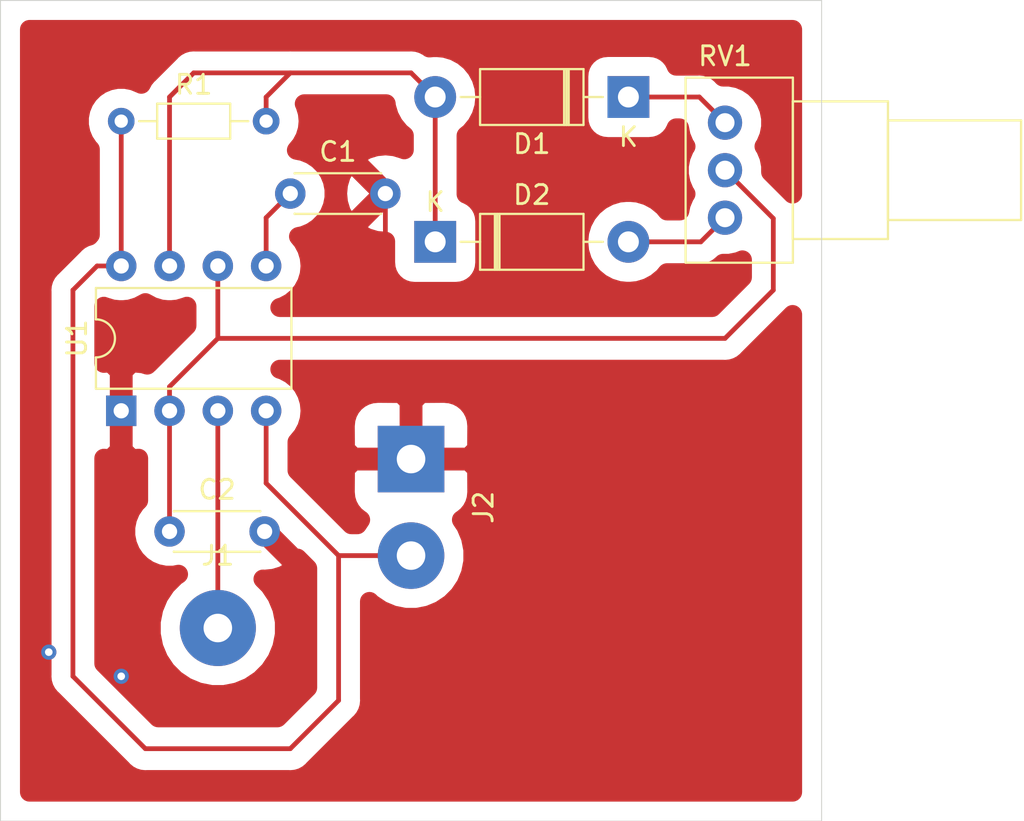
<source format=kicad_pcb>
(kicad_pcb (version 20171130) (host pcbnew "(5.1.4)-1")

  (general
    (thickness 1.6)
    (drawings 4)
    (tracks 66)
    (zones 0)
    (modules 9)
    (nets 9)
  )

  (page A4)
  (layers
    (0 F.Cu signal)
    (31 B.Cu signal)
    (32 B.Adhes user)
    (33 F.Adhes user)
    (34 B.Paste user)
    (35 F.Paste user)
    (36 B.SilkS user)
    (37 F.SilkS user)
    (38 B.Mask user)
    (39 F.Mask user)
    (40 Dwgs.User user)
    (41 Cmts.User user)
    (42 Eco1.User user)
    (43 Eco2.User user)
    (44 Edge.Cuts user)
    (45 Margin user)
    (46 B.CrtYd user)
    (47 F.CrtYd user)
    (48 B.Fab user)
    (49 F.Fab user)
  )

  (setup
    (last_trace_width 0.25)
    (trace_clearance 0.2)
    (zone_clearance 0.508)
    (zone_45_only no)
    (trace_min 0.2)
    (via_size 0.8)
    (via_drill 0.4)
    (via_min_size 0.4)
    (via_min_drill 0.3)
    (uvia_size 0.3)
    (uvia_drill 0.1)
    (uvias_allowed no)
    (uvia_min_size 0.2)
    (uvia_min_drill 0.1)
    (edge_width 0.05)
    (segment_width 0.2)
    (pcb_text_width 0.3)
    (pcb_text_size 1.5 1.5)
    (mod_edge_width 0.12)
    (mod_text_size 1 1)
    (mod_text_width 0.15)
    (pad_size 1.524 1.524)
    (pad_drill 0.762)
    (pad_to_mask_clearance 0.051)
    (solder_mask_min_width 0.25)
    (aux_axis_origin 0 0)
    (visible_elements FFFFFF7F)
    (pcbplotparams
      (layerselection 0x010fc_ffffffff)
      (usegerberextensions false)
      (usegerberattributes false)
      (usegerberadvancedattributes false)
      (creategerberjobfile false)
      (excludeedgelayer true)
      (linewidth 0.100000)
      (plotframeref false)
      (viasonmask false)
      (mode 1)
      (useauxorigin false)
      (hpglpennumber 1)
      (hpglpenspeed 20)
      (hpglpendiameter 15.000000)
      (psnegative false)
      (psa4output false)
      (plotreference true)
      (plotvalue true)
      (plotinvisibletext false)
      (padsonsilk false)
      (subtractmaskfromsilk false)
      (outputformat 1)
      (mirror false)
      (drillshape 1)
      (scaleselection 1)
      (outputdirectory ""))
  )

  (net 0 "")
  (net 1 0)
  (net 2 "Net-(C1-Pad1)")
  (net 3 "Net-(C2-Pad1)")
  (net 4 "Net-(D1-Pad2)")
  (net 5 "Net-(D1-Pad1)")
  (net 6 "Net-(D2-Pad2)")
  (net 7 "Net-(J1-Pad1)")
  (net 8 "Net-(J2-Pad2)")

  (net_class Default "Esta es la clase de red por defecto."
    (clearance 0.2)
    (trace_width 0.25)
    (via_dia 0.8)
    (via_drill 0.4)
    (uvia_dia 0.3)
    (uvia_drill 0.1)
    (add_net 0)
    (add_net "Net-(C1-Pad1)")
    (add_net "Net-(C2-Pad1)")
    (add_net "Net-(D1-Pad1)")
    (add_net "Net-(D1-Pad2)")
    (add_net "Net-(D2-Pad2)")
    (add_net "Net-(J1-Pad1)")
    (add_net "Net-(J2-Pad2)")
  )

  (module Connector_Wire:SolderWirePad_1x02_P5.08mm_Drill1.5mm (layer F.Cu) (tedit 5AEE5F19) (tstamp 5DC70B5B)
    (at 165.1 96.52 270)
    (descr "Wire solder connection")
    (tags connector)
    (path /5DC7EFC8)
    (attr virtual)
    (fp_text reference J2 (at 2.54 -3.81 90) (layer F.SilkS)
      (effects (font (size 1 1) (thickness 0.15)))
    )
    (fp_text value Screw_Terminal_01x02 (at 2.54 3.81 90) (layer F.Fab)
      (effects (font (size 1 1) (thickness 0.15)))
    )
    (fp_line (start 7.33 2.25) (end -2.25 2.25) (layer F.CrtYd) (width 0.05))
    (fp_line (start 7.33 2.25) (end 7.33 -2.25) (layer F.CrtYd) (width 0.05))
    (fp_line (start -2.25 -2.25) (end -2.25 2.25) (layer F.CrtYd) (width 0.05))
    (fp_line (start -2.25 -2.25) (end 7.33 -2.25) (layer F.CrtYd) (width 0.05))
    (fp_text user %R (at 2.54 0 90) (layer F.Fab)
      (effects (font (size 1 1) (thickness 0.15)))
    )
    (pad 2 thru_hole circle (at 5.08 0 270) (size 3.50012 3.50012) (drill 1.50114) (layers *.Cu *.Mask)
      (net 8 "Net-(J2-Pad2)"))
    (pad 1 thru_hole rect (at 0 0 270) (size 3.50012 3.50012) (drill 1.50114) (layers *.Cu *.Mask)
      (net 1 0))
  )

  (module Package_DIP:DIP-8_W7.62mm (layer F.Cu) (tedit 5A02E8C5) (tstamp 5DC6FF4D)
    (at 149.86 93.98 90)
    (descr "8-lead though-hole mounted DIP package, row spacing 7.62 mm (300 mils)")
    (tags "THT DIP DIL PDIP 2.54mm 7.62mm 300mil")
    (path /5DC63D37)
    (fp_text reference U1 (at 3.81 -2.33 90) (layer F.SilkS)
      (effects (font (size 1 1) (thickness 0.15)))
    )
    (fp_text value LM555 (at 3.81 9.95 90) (layer F.Fab)
      (effects (font (size 1 1) (thickness 0.15)))
    )
    (fp_text user %R (at 3.81 3.81 90) (layer F.Fab)
      (effects (font (size 1 1) (thickness 0.15)))
    )
    (fp_line (start 8.7 -1.55) (end -1.1 -1.55) (layer F.CrtYd) (width 0.05))
    (fp_line (start 8.7 9.15) (end 8.7 -1.55) (layer F.CrtYd) (width 0.05))
    (fp_line (start -1.1 9.15) (end 8.7 9.15) (layer F.CrtYd) (width 0.05))
    (fp_line (start -1.1 -1.55) (end -1.1 9.15) (layer F.CrtYd) (width 0.05))
    (fp_line (start 6.46 -1.33) (end 4.81 -1.33) (layer F.SilkS) (width 0.12))
    (fp_line (start 6.46 8.95) (end 6.46 -1.33) (layer F.SilkS) (width 0.12))
    (fp_line (start 1.16 8.95) (end 6.46 8.95) (layer F.SilkS) (width 0.12))
    (fp_line (start 1.16 -1.33) (end 1.16 8.95) (layer F.SilkS) (width 0.12))
    (fp_line (start 2.81 -1.33) (end 1.16 -1.33) (layer F.SilkS) (width 0.12))
    (fp_line (start 0.635 -0.27) (end 1.635 -1.27) (layer F.Fab) (width 0.1))
    (fp_line (start 0.635 8.89) (end 0.635 -0.27) (layer F.Fab) (width 0.1))
    (fp_line (start 6.985 8.89) (end 0.635 8.89) (layer F.Fab) (width 0.1))
    (fp_line (start 6.985 -1.27) (end 6.985 8.89) (layer F.Fab) (width 0.1))
    (fp_line (start 1.635 -1.27) (end 6.985 -1.27) (layer F.Fab) (width 0.1))
    (fp_arc (start 3.81 -1.33) (end 2.81 -1.33) (angle -180) (layer F.SilkS) (width 0.12))
    (pad 8 thru_hole oval (at 7.62 0 90) (size 1.6 1.6) (drill 0.8) (layers *.Cu *.Mask)
      (net 8 "Net-(J2-Pad2)"))
    (pad 4 thru_hole oval (at 0 7.62 90) (size 1.6 1.6) (drill 0.8) (layers *.Cu *.Mask)
      (net 8 "Net-(J2-Pad2)"))
    (pad 7 thru_hole oval (at 7.62 2.54 90) (size 1.6 1.6) (drill 0.8) (layers *.Cu *.Mask)
      (net 4 "Net-(D1-Pad2)"))
    (pad 3 thru_hole oval (at 0 5.08 90) (size 1.6 1.6) (drill 0.8) (layers *.Cu *.Mask)
      (net 7 "Net-(J1-Pad1)"))
    (pad 6 thru_hole oval (at 7.62 5.08 90) (size 1.6 1.6) (drill 0.8) (layers *.Cu *.Mask)
      (net 3 "Net-(C2-Pad1)"))
    (pad 2 thru_hole oval (at 0 2.54 90) (size 1.6 1.6) (drill 0.8) (layers *.Cu *.Mask)
      (net 3 "Net-(C2-Pad1)"))
    (pad 5 thru_hole oval (at 7.62 7.62 90) (size 1.6 1.6) (drill 0.8) (layers *.Cu *.Mask)
      (net 2 "Net-(C1-Pad1)"))
    (pad 1 thru_hole rect (at 0 0 90) (size 1.6 1.6) (drill 0.8) (layers *.Cu *.Mask)
      (net 1 0))
    (model ${KISYS3DMOD}/Package_DIP.3dshapes/DIP-8_W7.62mm.wrl
      (at (xyz 0 0 0))
      (scale (xyz 1 1 1))
      (rotate (xyz 0 0 0))
    )
  )

  (module Potentiometer_THT:Potentiometer_Alps_RK09Y11_Single_Horizontal (layer F.Cu) (tedit 5A3D4993) (tstamp 5DC6FF31)
    (at 181.61 83.82)
    (descr "Potentiometer, horizontal, Alps RK09Y11 Single, http://www.alps.com/prod/info/E/HTML/Potentiometer/RotaryPotentiometers/RK09Y11/RK09Y11_list.html")
    (tags "Potentiometer horizontal Alps RK09Y11 Single")
    (path /5DC6A0FF)
    (fp_text reference RV1 (at 0 -8.5) (layer F.SilkS)
      (effects (font (size 1 1) (thickness 0.15)))
    )
    (fp_text value R_POT (at 0 3.5) (layer F.Fab)
      (effects (font (size 1 1) (thickness 0.15)))
    )
    (fp_text user %R (at 0.75 -2.5) (layer F.Fab)
      (effects (font (size 1 1) (thickness 0.15)))
    )
    (fp_line (start 15.7 -7.5) (end -2.2 -7.5) (layer F.CrtYd) (width 0.05))
    (fp_line (start 15.7 2.5) (end 15.7 -7.5) (layer F.CrtYd) (width 0.05))
    (fp_line (start -2.2 2.5) (end 15.7 2.5) (layer F.CrtYd) (width 0.05))
    (fp_line (start -2.2 -7.5) (end -2.2 2.5) (layer F.CrtYd) (width 0.05))
    (fp_line (start 15.57 -5.12) (end 15.57 0.12) (layer F.SilkS) (width 0.12))
    (fp_line (start 8.57 -5.12) (end 8.57 0.12) (layer F.SilkS) (width 0.12))
    (fp_line (start 8.57 0.12) (end 15.57 0.12) (layer F.SilkS) (width 0.12))
    (fp_line (start 8.57 -5.12) (end 15.57 -5.12) (layer F.SilkS) (width 0.12))
    (fp_line (start 8.57 -6.12) (end 8.57 1.12) (layer F.SilkS) (width 0.12))
    (fp_line (start 3.57 -6.12) (end 3.57 1.12) (layer F.SilkS) (width 0.12))
    (fp_line (start 3.57 1.12) (end 8.57 1.12) (layer F.SilkS) (width 0.12))
    (fp_line (start 3.57 -6.12) (end 8.57 -6.12) (layer F.SilkS) (width 0.12))
    (fp_line (start 3.57 -7.37) (end 3.57 2.37) (layer F.SilkS) (width 0.12))
    (fp_line (start -2.071 -7.37) (end -2.071 2.37) (layer F.SilkS) (width 0.12))
    (fp_line (start -2.071 2.37) (end 3.57 2.37) (layer F.SilkS) (width 0.12))
    (fp_line (start -2.071 -7.37) (end 3.57 -7.37) (layer F.SilkS) (width 0.12))
    (fp_line (start 15.45 -5) (end 8.45 -5) (layer F.Fab) (width 0.1))
    (fp_line (start 15.45 0) (end 15.45 -5) (layer F.Fab) (width 0.1))
    (fp_line (start 8.45 0) (end 15.45 0) (layer F.Fab) (width 0.1))
    (fp_line (start 8.45 -5) (end 8.45 0) (layer F.Fab) (width 0.1))
    (fp_line (start 8.45 -6) (end 3.45 -6) (layer F.Fab) (width 0.1))
    (fp_line (start 8.45 1) (end 8.45 -6) (layer F.Fab) (width 0.1))
    (fp_line (start 3.45 1) (end 8.45 1) (layer F.Fab) (width 0.1))
    (fp_line (start 3.45 -6) (end 3.45 1) (layer F.Fab) (width 0.1))
    (fp_line (start 3.45 -7.25) (end -1.95 -7.25) (layer F.Fab) (width 0.1))
    (fp_line (start 3.45 2.25) (end 3.45 -7.25) (layer F.Fab) (width 0.1))
    (fp_line (start -1.95 2.25) (end 3.45 2.25) (layer F.Fab) (width 0.1))
    (fp_line (start -1.95 -7.25) (end -1.95 2.25) (layer F.Fab) (width 0.1))
    (pad 1 thru_hole circle (at 0 0) (size 1.8 1.8) (drill 1) (layers *.Cu *.Mask)
      (net 6 "Net-(D2-Pad2)"))
    (pad 2 thru_hole circle (at 0 -2.5) (size 1.8 1.8) (drill 1) (layers *.Cu *.Mask)
      (net 3 "Net-(C2-Pad1)"))
    (pad 3 thru_hole circle (at 0 -5) (size 1.8 1.8) (drill 1) (layers *.Cu *.Mask)
      (net 5 "Net-(D1-Pad1)"))
    (model ${KISYS3DMOD}/Potentiometer_THT.3dshapes/Potentiometer_Alps_RK09Y11_Single_Horizontal.wrl
      (at (xyz 0 0 0))
      (scale (xyz 1 1 1))
      (rotate (xyz 0 0 0))
    )
  )

  (module Resistor_THT:R_Axial_DIN0204_L3.6mm_D1.6mm_P7.62mm_Horizontal (layer F.Cu) (tedit 5AE5139B) (tstamp 5DC6FF0D)
    (at 149.86 78.74)
    (descr "Resistor, Axial_DIN0204 series, Axial, Horizontal, pin pitch=7.62mm, 0.167W, length*diameter=3.6*1.6mm^2, http://cdn-reichelt.de/documents/datenblatt/B400/1_4W%23YAG.pdf")
    (tags "Resistor Axial_DIN0204 series Axial Horizontal pin pitch 7.62mm 0.167W length 3.6mm diameter 1.6mm")
    (path /5DC65157)
    (fp_text reference R1 (at 3.81 -1.92) (layer F.SilkS)
      (effects (font (size 1 1) (thickness 0.15)))
    )
    (fp_text value R (at 3.81 1.92) (layer F.Fab)
      (effects (font (size 1 1) (thickness 0.15)))
    )
    (fp_text user %R (at 3.81 0) (layer F.Fab)
      (effects (font (size 0.72 0.72) (thickness 0.108)))
    )
    (fp_line (start 8.57 -1.05) (end -0.95 -1.05) (layer F.CrtYd) (width 0.05))
    (fp_line (start 8.57 1.05) (end 8.57 -1.05) (layer F.CrtYd) (width 0.05))
    (fp_line (start -0.95 1.05) (end 8.57 1.05) (layer F.CrtYd) (width 0.05))
    (fp_line (start -0.95 -1.05) (end -0.95 1.05) (layer F.CrtYd) (width 0.05))
    (fp_line (start 6.68 0) (end 5.73 0) (layer F.SilkS) (width 0.12))
    (fp_line (start 0.94 0) (end 1.89 0) (layer F.SilkS) (width 0.12))
    (fp_line (start 5.73 -0.92) (end 1.89 -0.92) (layer F.SilkS) (width 0.12))
    (fp_line (start 5.73 0.92) (end 5.73 -0.92) (layer F.SilkS) (width 0.12))
    (fp_line (start 1.89 0.92) (end 5.73 0.92) (layer F.SilkS) (width 0.12))
    (fp_line (start 1.89 -0.92) (end 1.89 0.92) (layer F.SilkS) (width 0.12))
    (fp_line (start 7.62 0) (end 5.61 0) (layer F.Fab) (width 0.1))
    (fp_line (start 0 0) (end 2.01 0) (layer F.Fab) (width 0.1))
    (fp_line (start 5.61 -0.8) (end 2.01 -0.8) (layer F.Fab) (width 0.1))
    (fp_line (start 5.61 0.8) (end 5.61 -0.8) (layer F.Fab) (width 0.1))
    (fp_line (start 2.01 0.8) (end 5.61 0.8) (layer F.Fab) (width 0.1))
    (fp_line (start 2.01 -0.8) (end 2.01 0.8) (layer F.Fab) (width 0.1))
    (pad 2 thru_hole oval (at 7.62 0) (size 1.4 1.4) (drill 0.7) (layers *.Cu *.Mask)
      (net 4 "Net-(D1-Pad2)"))
    (pad 1 thru_hole circle (at 0 0) (size 1.4 1.4) (drill 0.7) (layers *.Cu *.Mask)
      (net 8 "Net-(J2-Pad2)"))
    (model ${KISYS3DMOD}/Resistor_THT.3dshapes/R_Axial_DIN0204_L3.6mm_D1.6mm_P7.62mm_Horizontal.wrl
      (at (xyz 0 0 0))
      (scale (xyz 1 1 1))
      (rotate (xyz 0 0 0))
    )
  )

  (module Connector_Wire:SolderWirePad_1x01_Drill1.5mm (layer F.Cu) (tedit 5AEE5EB3) (tstamp 5DC6FEF6)
    (at 154.94 105.41)
    (descr "Wire solder connection")
    (tags connector)
    (path /5DC7609E)
    (attr virtual)
    (fp_text reference J1 (at 0 -3.81) (layer F.SilkS)
      (effects (font (size 1 1) (thickness 0.15)))
    )
    (fp_text value Screw_Terminal_01x01 (at 0 3.81) (layer F.Fab)
      (effects (font (size 1 1) (thickness 0.15)))
    )
    (fp_line (start 2.5 2.5) (end -2.5 2.5) (layer F.CrtYd) (width 0.05))
    (fp_line (start 2.5 2.5) (end 2.5 -2.5) (layer F.CrtYd) (width 0.05))
    (fp_line (start -2.5 -2.5) (end -2.5 2.5) (layer F.CrtYd) (width 0.05))
    (fp_line (start -2.5 -2.5) (end 2.5 -2.5) (layer F.CrtYd) (width 0.05))
    (fp_text user %R (at 0 0) (layer F.Fab)
      (effects (font (size 1 1) (thickness 0.15)))
    )
    (pad 1 thru_hole circle (at 0 0) (size 4.0005 4.0005) (drill 1.50114) (layers *.Cu *.Mask)
      (net 7 "Net-(J1-Pad1)"))
  )

  (module Diode_THT:D_DO-41_SOD81_P10.16mm_Horizontal (layer F.Cu) (tedit 5AE50CD5) (tstamp 5DC6FEEC)
    (at 166.37 85.09)
    (descr "Diode, DO-41_SOD81 series, Axial, Horizontal, pin pitch=10.16mm, , length*diameter=5.2*2.7mm^2, , http://www.diodes.com/_files/packages/DO-41%20(Plastic).pdf")
    (tags "Diode DO-41_SOD81 series Axial Horizontal pin pitch 10.16mm  length 5.2mm diameter 2.7mm")
    (path /5DC67235)
    (fp_text reference D2 (at 5.08 -2.47) (layer F.SilkS)
      (effects (font (size 1 1) (thickness 0.15)))
    )
    (fp_text value 1N4001 (at 5.08 2.47) (layer F.Fab)
      (effects (font (size 1 1) (thickness 0.15)))
    )
    (fp_text user K (at 0 -2.1) (layer F.SilkS)
      (effects (font (size 1 1) (thickness 0.15)))
    )
    (fp_text user K (at 0 -2.1) (layer F.Fab)
      (effects (font (size 1 1) (thickness 0.15)))
    )
    (fp_text user %R (at 5.47 0) (layer F.Fab)
      (effects (font (size 1 1) (thickness 0.15)))
    )
    (fp_line (start 11.51 -1.6) (end -1.35 -1.6) (layer F.CrtYd) (width 0.05))
    (fp_line (start 11.51 1.6) (end 11.51 -1.6) (layer F.CrtYd) (width 0.05))
    (fp_line (start -1.35 1.6) (end 11.51 1.6) (layer F.CrtYd) (width 0.05))
    (fp_line (start -1.35 -1.6) (end -1.35 1.6) (layer F.CrtYd) (width 0.05))
    (fp_line (start 3.14 -1.47) (end 3.14 1.47) (layer F.SilkS) (width 0.12))
    (fp_line (start 3.38 -1.47) (end 3.38 1.47) (layer F.SilkS) (width 0.12))
    (fp_line (start 3.26 -1.47) (end 3.26 1.47) (layer F.SilkS) (width 0.12))
    (fp_line (start 8.82 0) (end 7.8 0) (layer F.SilkS) (width 0.12))
    (fp_line (start 1.34 0) (end 2.36 0) (layer F.SilkS) (width 0.12))
    (fp_line (start 7.8 -1.47) (end 2.36 -1.47) (layer F.SilkS) (width 0.12))
    (fp_line (start 7.8 1.47) (end 7.8 -1.47) (layer F.SilkS) (width 0.12))
    (fp_line (start 2.36 1.47) (end 7.8 1.47) (layer F.SilkS) (width 0.12))
    (fp_line (start 2.36 -1.47) (end 2.36 1.47) (layer F.SilkS) (width 0.12))
    (fp_line (start 3.16 -1.35) (end 3.16 1.35) (layer F.Fab) (width 0.1))
    (fp_line (start 3.36 -1.35) (end 3.36 1.35) (layer F.Fab) (width 0.1))
    (fp_line (start 3.26 -1.35) (end 3.26 1.35) (layer F.Fab) (width 0.1))
    (fp_line (start 10.16 0) (end 7.68 0) (layer F.Fab) (width 0.1))
    (fp_line (start 0 0) (end 2.48 0) (layer F.Fab) (width 0.1))
    (fp_line (start 7.68 -1.35) (end 2.48 -1.35) (layer F.Fab) (width 0.1))
    (fp_line (start 7.68 1.35) (end 7.68 -1.35) (layer F.Fab) (width 0.1))
    (fp_line (start 2.48 1.35) (end 7.68 1.35) (layer F.Fab) (width 0.1))
    (fp_line (start 2.48 -1.35) (end 2.48 1.35) (layer F.Fab) (width 0.1))
    (pad 2 thru_hole oval (at 10.16 0) (size 2.2 2.2) (drill 1.1) (layers *.Cu *.Mask)
      (net 6 "Net-(D2-Pad2)"))
    (pad 1 thru_hole rect (at 0 0) (size 2.2 2.2) (drill 1.1) (layers *.Cu *.Mask)
      (net 4 "Net-(D1-Pad2)"))
    (model ${KISYS3DMOD}/Diode_THT.3dshapes/D_DO-41_SOD81_P10.16mm_Horizontal.wrl
      (at (xyz 0 0 0))
      (scale (xyz 1 1 1))
      (rotate (xyz 0 0 0))
    )
  )

  (module Diode_THT:D_DO-41_SOD81_P10.16mm_Horizontal (layer F.Cu) (tedit 5AE50CD5) (tstamp 5DC6FECD)
    (at 176.53 77.47 180)
    (descr "Diode, DO-41_SOD81 series, Axial, Horizontal, pin pitch=10.16mm, , length*diameter=5.2*2.7mm^2, , http://www.diodes.com/_files/packages/DO-41%20(Plastic).pdf")
    (tags "Diode DO-41_SOD81 series Axial Horizontal pin pitch 10.16mm  length 5.2mm diameter 2.7mm")
    (path /5DC68C7F)
    (fp_text reference D1 (at 5.08 -2.47) (layer F.SilkS)
      (effects (font (size 1 1) (thickness 0.15)))
    )
    (fp_text value 1N4001 (at 5.08 2.47) (layer F.Fab)
      (effects (font (size 1 1) (thickness 0.15)))
    )
    (fp_text user K (at 0 -2.1) (layer F.SilkS)
      (effects (font (size 1 1) (thickness 0.15)))
    )
    (fp_text user K (at 0 -2.1) (layer F.Fab)
      (effects (font (size 1 1) (thickness 0.15)))
    )
    (fp_text user %R (at 5.47 0) (layer F.Fab)
      (effects (font (size 1 1) (thickness 0.15)))
    )
    (fp_line (start 11.51 -1.6) (end -1.35 -1.6) (layer F.CrtYd) (width 0.05))
    (fp_line (start 11.51 1.6) (end 11.51 -1.6) (layer F.CrtYd) (width 0.05))
    (fp_line (start -1.35 1.6) (end 11.51 1.6) (layer F.CrtYd) (width 0.05))
    (fp_line (start -1.35 -1.6) (end -1.35 1.6) (layer F.CrtYd) (width 0.05))
    (fp_line (start 3.14 -1.47) (end 3.14 1.47) (layer F.SilkS) (width 0.12))
    (fp_line (start 3.38 -1.47) (end 3.38 1.47) (layer F.SilkS) (width 0.12))
    (fp_line (start 3.26 -1.47) (end 3.26 1.47) (layer F.SilkS) (width 0.12))
    (fp_line (start 8.82 0) (end 7.8 0) (layer F.SilkS) (width 0.12))
    (fp_line (start 1.34 0) (end 2.36 0) (layer F.SilkS) (width 0.12))
    (fp_line (start 7.8 -1.47) (end 2.36 -1.47) (layer F.SilkS) (width 0.12))
    (fp_line (start 7.8 1.47) (end 7.8 -1.47) (layer F.SilkS) (width 0.12))
    (fp_line (start 2.36 1.47) (end 7.8 1.47) (layer F.SilkS) (width 0.12))
    (fp_line (start 2.36 -1.47) (end 2.36 1.47) (layer F.SilkS) (width 0.12))
    (fp_line (start 3.16 -1.35) (end 3.16 1.35) (layer F.Fab) (width 0.1))
    (fp_line (start 3.36 -1.35) (end 3.36 1.35) (layer F.Fab) (width 0.1))
    (fp_line (start 3.26 -1.35) (end 3.26 1.35) (layer F.Fab) (width 0.1))
    (fp_line (start 10.16 0) (end 7.68 0) (layer F.Fab) (width 0.1))
    (fp_line (start 0 0) (end 2.48 0) (layer F.Fab) (width 0.1))
    (fp_line (start 7.68 -1.35) (end 2.48 -1.35) (layer F.Fab) (width 0.1))
    (fp_line (start 7.68 1.35) (end 7.68 -1.35) (layer F.Fab) (width 0.1))
    (fp_line (start 2.48 1.35) (end 7.68 1.35) (layer F.Fab) (width 0.1))
    (fp_line (start 2.48 -1.35) (end 2.48 1.35) (layer F.Fab) (width 0.1))
    (pad 2 thru_hole oval (at 10.16 0 180) (size 2.2 2.2) (drill 1.1) (layers *.Cu *.Mask)
      (net 4 "Net-(D1-Pad2)"))
    (pad 1 thru_hole rect (at 0 0 180) (size 2.2 2.2) (drill 1.1) (layers *.Cu *.Mask)
      (net 5 "Net-(D1-Pad1)"))
    (model ${KISYS3DMOD}/Diode_THT.3dshapes/D_DO-41_SOD81_P10.16mm_Horizontal.wrl
      (at (xyz 0 0 0))
      (scale (xyz 1 1 1))
      (rotate (xyz 0 0 0))
    )
  )

  (module Capacitor_THT:C_Disc_D4.3mm_W1.9mm_P5.00mm (layer F.Cu) (tedit 5AE50EF0) (tstamp 5DC6FEAE)
    (at 152.4 100.33)
    (descr "C, Disc series, Radial, pin pitch=5.00mm, , diameter*width=4.3*1.9mm^2, Capacitor, http://www.vishay.com/docs/45233/krseries.pdf")
    (tags "C Disc series Radial pin pitch 5.00mm  diameter 4.3mm width 1.9mm Capacitor")
    (path /5DC6E359)
    (fp_text reference C2 (at 2.5 -2.2) (layer F.SilkS)
      (effects (font (size 1 1) (thickness 0.15)))
    )
    (fp_text value C (at 2.5 2.2) (layer F.Fab)
      (effects (font (size 1 1) (thickness 0.15)))
    )
    (fp_text user %R (at 2.5 0) (layer F.Fab)
      (effects (font (size 0.86 0.86) (thickness 0.129)))
    )
    (fp_line (start 6.05 -1.2) (end -1.05 -1.2) (layer F.CrtYd) (width 0.05))
    (fp_line (start 6.05 1.2) (end 6.05 -1.2) (layer F.CrtYd) (width 0.05))
    (fp_line (start -1.05 1.2) (end 6.05 1.2) (layer F.CrtYd) (width 0.05))
    (fp_line (start -1.05 -1.2) (end -1.05 1.2) (layer F.CrtYd) (width 0.05))
    (fp_line (start 4.77 1.055) (end 4.77 1.07) (layer F.SilkS) (width 0.12))
    (fp_line (start 4.77 -1.07) (end 4.77 -1.055) (layer F.SilkS) (width 0.12))
    (fp_line (start 0.23 1.055) (end 0.23 1.07) (layer F.SilkS) (width 0.12))
    (fp_line (start 0.23 -1.07) (end 0.23 -1.055) (layer F.SilkS) (width 0.12))
    (fp_line (start 0.23 1.07) (end 4.77 1.07) (layer F.SilkS) (width 0.12))
    (fp_line (start 0.23 -1.07) (end 4.77 -1.07) (layer F.SilkS) (width 0.12))
    (fp_line (start 4.65 -0.95) (end 0.35 -0.95) (layer F.Fab) (width 0.1))
    (fp_line (start 4.65 0.95) (end 4.65 -0.95) (layer F.Fab) (width 0.1))
    (fp_line (start 0.35 0.95) (end 4.65 0.95) (layer F.Fab) (width 0.1))
    (fp_line (start 0.35 -0.95) (end 0.35 0.95) (layer F.Fab) (width 0.1))
    (pad 2 thru_hole circle (at 5 0) (size 1.6 1.6) (drill 0.8) (layers *.Cu *.Mask)
      (net 1 0))
    (pad 1 thru_hole circle (at 0 0) (size 1.6 1.6) (drill 0.8) (layers *.Cu *.Mask)
      (net 3 "Net-(C2-Pad1)"))
    (model ${KISYS3DMOD}/Capacitor_THT.3dshapes/C_Disc_D4.3mm_W1.9mm_P5.00mm.wrl
      (at (xyz 0 0 0))
      (scale (xyz 1 1 1))
      (rotate (xyz 0 0 0))
    )
  )

  (module Capacitor_THT:C_Disc_D4.3mm_W1.9mm_P5.00mm (layer F.Cu) (tedit 5AE50EF0) (tstamp 5DC6FE99)
    (at 158.75 82.55)
    (descr "C, Disc series, Radial, pin pitch=5.00mm, , diameter*width=4.3*1.9mm^2, Capacitor, http://www.vishay.com/docs/45233/krseries.pdf")
    (tags "C Disc series Radial pin pitch 5.00mm  diameter 4.3mm width 1.9mm Capacitor")
    (path /5DC6E9A9)
    (fp_text reference C1 (at 2.5 -2.2) (layer F.SilkS)
      (effects (font (size 1 1) (thickness 0.15)))
    )
    (fp_text value C (at 2.5 2.2) (layer F.Fab)
      (effects (font (size 1 1) (thickness 0.15)))
    )
    (fp_text user %R (at 2.46 0) (layer F.Fab)
      (effects (font (size 0.86 0.86) (thickness 0.129)))
    )
    (fp_line (start 6.05 -1.2) (end -1.05 -1.2) (layer F.CrtYd) (width 0.05))
    (fp_line (start 6.05 1.2) (end 6.05 -1.2) (layer F.CrtYd) (width 0.05))
    (fp_line (start -1.05 1.2) (end 6.05 1.2) (layer F.CrtYd) (width 0.05))
    (fp_line (start -1.05 -1.2) (end -1.05 1.2) (layer F.CrtYd) (width 0.05))
    (fp_line (start 4.77 1.055) (end 4.77 1.07) (layer F.SilkS) (width 0.12))
    (fp_line (start 4.77 -1.07) (end 4.77 -1.055) (layer F.SilkS) (width 0.12))
    (fp_line (start 0.23 1.055) (end 0.23 1.07) (layer F.SilkS) (width 0.12))
    (fp_line (start 0.23 -1.07) (end 0.23 -1.055) (layer F.SilkS) (width 0.12))
    (fp_line (start 0.23 1.07) (end 4.77 1.07) (layer F.SilkS) (width 0.12))
    (fp_line (start 0.23 -1.07) (end 4.77 -1.07) (layer F.SilkS) (width 0.12))
    (fp_line (start 4.65 -0.95) (end 0.35 -0.95) (layer F.Fab) (width 0.1))
    (fp_line (start 4.65 0.95) (end 4.65 -0.95) (layer F.Fab) (width 0.1))
    (fp_line (start 0.35 0.95) (end 4.65 0.95) (layer F.Fab) (width 0.1))
    (fp_line (start 0.35 -0.95) (end 0.35 0.95) (layer F.Fab) (width 0.1))
    (pad 2 thru_hole circle (at 5 0) (size 1.6 1.6) (drill 0.8) (layers *.Cu *.Mask)
      (net 1 0))
    (pad 1 thru_hole circle (at 0 0) (size 1.6 1.6) (drill 0.8) (layers *.Cu *.Mask)
      (net 2 "Net-(C1-Pad1)"))
    (model ${KISYS3DMOD}/Capacitor_THT.3dshapes/C_Disc_D4.3mm_W1.9mm_P5.00mm.wrl
      (at (xyz 0 0 0))
      (scale (xyz 1 1 1))
      (rotate (xyz 0 0 0))
    )
  )

  (gr_line (start 186.69 72.39) (end 143.51 72.39) (layer Edge.Cuts) (width 0.05) (tstamp 5DC70C36))
  (gr_line (start 186.69 115.57) (end 186.69 72.39) (layer Edge.Cuts) (width 0.05))
  (gr_line (start 143.51 115.57) (end 186.69 115.57) (layer Edge.Cuts) (width 0.05))
  (gr_line (start 143.51 72.39) (end 143.51 115.57) (layer Edge.Cuts) (width 0.05))

  (segment (start 160.02 102.95) (end 157.4 100.33) (width 0.25) (layer F.Cu) (net 1))
  (segment (start 160.02 107.95) (end 160.02 102.95) (width 0.25) (layer F.Cu) (net 1))
  (segment (start 158.75 109.22) (end 160.02 107.95) (width 0.25) (layer F.Cu) (net 1))
  (segment (start 151.13 109.22) (end 158.75 109.22) (width 0.25) (layer F.Cu) (net 1))
  (segment (start 149.86 93.98) (end 149.86 107.95) (width 0.25) (layer F.Cu) (net 1))
  (segment (start 149.86 107.95) (end 149.86 107.95) (width 0.25) (layer F.Cu) (net 1))
  (segment (start 163.75 82.55) (end 163.75 86.28) (width 0.25) (layer F.Cu) (net 1))
  (segment (start 163.75 86.28) (end 165.1 87.63) (width 0.25) (layer F.Cu) (net 1))
  (segment (start 165.1 87.63) (end 170.18 87.63) (width 0.25) (layer F.Cu) (net 1))
  (segment (start 170.18 87.63) (end 171.45 86.36) (width 0.25) (layer F.Cu) (net 1))
  (segment (start 171.45 86.36) (end 171.45 76.2) (width 0.25) (layer F.Cu) (net 1))
  (segment (start 171.45 76.2) (end 170.18 74.93) (width 0.25) (layer F.Cu) (net 1))
  (segment (start 170.18 74.93) (end 147.32 74.93) (width 0.25) (layer F.Cu) (net 1))
  (segment (start 147.32 74.93) (end 146.05 76.2) (width 0.25) (layer F.Cu) (net 1))
  (segment (start 146.05 76.2) (end 146.05 106.68) (width 0.25) (layer F.Cu) (net 1))
  (segment (start 146.05 106.68) (end 146.05 106.68) (width 0.25) (layer F.Cu) (net 1) (tstamp 5DC706AC))
  (segment (start 149.86 107.95) (end 149.86 107.95) (width 0.25) (layer F.Cu) (net 1) (tstamp 5DC706AE))
  (segment (start 146.05 106.68) (end 146.05 106.68) (width 0.25) (layer F.Cu) (net 1) (tstamp 5DC706B6))
  (via (at 146.05 106.68) (size 0.8) (drill 0.4) (layers F.Cu B.Cu) (net 1))
  (segment (start 149.86 107.95) (end 151.13 109.22) (width 0.25) (layer F.Cu) (net 1) (tstamp 5DC706B8))
  (via (at 149.86 107.95) (size 0.8) (drill 0.4) (layers F.Cu B.Cu) (net 1))
  (segment (start 160.02 113.03) (end 148.59 113.03) (width 0.25) (layer F.Cu) (net 1))
  (segment (start 163.83 109.22) (end 160.02 113.03) (width 0.25) (layer F.Cu) (net 1))
  (segment (start 163.83 107.95) (end 163.83 109.22) (width 0.25) (layer F.Cu) (net 1))
  (segment (start 168.91 96.52) (end 170.18 97.79) (width 0.25) (layer F.Cu) (net 1))
  (segment (start 148.59 113.03) (end 146.05 110.49) (width 0.25) (layer F.Cu) (net 1))
  (segment (start 165.1 96.52) (end 168.91 96.52) (width 0.25) (layer F.Cu) (net 1))
  (segment (start 146.05 110.49) (end 146.05 106.68) (width 0.25) (layer F.Cu) (net 1))
  (segment (start 170.18 97.79) (end 170.18 104.14) (width 0.25) (layer F.Cu) (net 1))
  (segment (start 170.18 104.14) (end 167.64 106.68) (width 0.25) (layer F.Cu) (net 1))
  (segment (start 167.64 106.68) (end 165.1 106.68) (width 0.25) (layer F.Cu) (net 1))
  (segment (start 165.1 106.68) (end 163.83 107.95) (width 0.25) (layer F.Cu) (net 1))
  (segment (start 157.48 83.82) (end 158.75 82.55) (width 0.25) (layer F.Cu) (net 2))
  (segment (start 157.48 86.36) (end 157.48 83.82) (width 0.25) (layer F.Cu) (net 2))
  (segment (start 152.4 93.98) (end 152.4 100.33) (width 0.25) (layer F.Cu) (net 3))
  (segment (start 152.4 93.98) (end 152.4 92.71) (width 0.25) (layer F.Cu) (net 3))
  (segment (start 154.94 90.17) (end 154.94 86.36) (width 0.25) (layer F.Cu) (net 3))
  (segment (start 152.4 92.71) (end 154.94 90.17) (width 0.25) (layer F.Cu) (net 3))
  (segment (start 154.94 90.17) (end 181.61 90.17) (width 0.25) (layer F.Cu) (net 3))
  (segment (start 181.61 90.17) (end 184.15 87.63) (width 0.25) (layer F.Cu) (net 3))
  (segment (start 184.15 83.86) (end 181.61 81.32) (width 0.25) (layer F.Cu) (net 3))
  (segment (start 184.15 87.63) (end 184.15 83.86) (width 0.25) (layer F.Cu) (net 3))
  (segment (start 166.37 77.47) (end 166.37 85.09) (width 0.25) (layer F.Cu) (net 4))
  (segment (start 157.48 78.74) (end 157.48 77.47) (width 0.25) (layer F.Cu) (net 4))
  (segment (start 157.48 77.47) (end 158.75 76.2) (width 0.25) (layer F.Cu) (net 4))
  (segment (start 165.1 76.2) (end 166.37 77.47) (width 0.25) (layer F.Cu) (net 4))
  (segment (start 158.75 76.2) (end 165.1 76.2) (width 0.25) (layer F.Cu) (net 4))
  (segment (start 152.4 86.36) (end 152.4 77.47) (width 0.25) (layer F.Cu) (net 4))
  (segment (start 152.4 77.47) (end 153.67 76.2) (width 0.25) (layer F.Cu) (net 4))
  (segment (start 153.67 76.2) (end 158.75 76.2) (width 0.25) (layer F.Cu) (net 4))
  (segment (start 180.26 77.47) (end 181.61 78.82) (width 0.25) (layer F.Cu) (net 5))
  (segment (start 176.53 77.47) (end 180.26 77.47) (width 0.25) (layer F.Cu) (net 5))
  (segment (start 181.61 83.82) (end 180.34 85.09) (width 0.25) (layer F.Cu) (net 6))
  (segment (start 180.34 85.09) (end 176.53 85.09) (width 0.25) (layer F.Cu) (net 6))
  (segment (start 154.94 93.98) (end 154.94 105.41) (width 0.25) (layer F.Cu) (net 7))
  (segment (start 149.86 78.74) (end 149.86 86.36) (width 0.25) (layer F.Cu) (net 8))
  (segment (start 149.86 86.36) (end 148.59 86.36) (width 0.25) (layer F.Cu) (net 8))
  (segment (start 148.59 86.36) (end 147.32 87.63) (width 0.25) (layer F.Cu) (net 8))
  (segment (start 147.32 87.63) (end 147.32 107.95) (width 0.25) (layer F.Cu) (net 8))
  (segment (start 147.32 107.95) (end 151.13 111.76) (width 0.25) (layer F.Cu) (net 8))
  (segment (start 151.13 111.76) (end 158.75 111.76) (width 0.25) (layer F.Cu) (net 8))
  (segment (start 158.75 111.76) (end 161.29 109.22) (width 0.25) (layer F.Cu) (net 8))
  (segment (start 161.29 109.22) (end 161.29 101.6) (width 0.25) (layer F.Cu) (net 8))
  (segment (start 157.48 97.79) (end 157.48 93.98) (width 0.25) (layer F.Cu) (net 8))
  (segment (start 161.29 101.6) (end 157.48 97.79) (width 0.25) (layer F.Cu) (net 8))
  (segment (start 165.1 101.6) (end 161.29 101.6) (width 0.25) (layer F.Cu) (net 8))

  (zone (net 1) (net_name 0) (layer F.Cu) (tstamp 0) (hatch edge 0.508)
    (connect_pads (clearance 1))
    (min_thickness 1)
    (fill yes (arc_segments 32) (thermal_gap 1.2) (thermal_bridge_width 1.2))
    (polygon
      (pts
        (xy 143.51 72.39) (xy 143.51 115.57) (xy 186.69 115.57) (xy 186.69 72.39)
      )
    )
    (filled_polygon
      (pts
        (xy 185.165001 82.576904) (xy 184.01 81.421904) (xy 184.01 81.083621) (xy 183.91777 80.619946) (xy 183.736853 80.183174)
        (xy 183.661233 80.07) (xy 183.736853 79.956826) (xy 183.91777 79.520054) (xy 184.01 79.056379) (xy 184.01 78.583621)
        (xy 183.91777 78.119946) (xy 183.736853 77.683174) (xy 183.474202 77.290089) (xy 183.139911 76.955798) (xy 182.746826 76.693147)
        (xy 182.310054 76.51223) (xy 181.846379 76.42) (xy 181.508096 76.42) (xy 181.465499 76.377403) (xy 181.414608 76.315392)
        (xy 181.16717 76.112325) (xy 180.884869 75.961432) (xy 180.578556 75.868513) (xy 180.339824 75.845) (xy 180.26 75.837138)
        (xy 180.180176 75.845) (xy 179.038238 75.845) (xy 179.022524 75.793198) (xy 178.883238 75.532613) (xy 178.695792 75.304208)
        (xy 178.467387 75.116762) (xy 178.206802 74.977476) (xy 177.924051 74.891705) (xy 177.63 74.862743) (xy 175.43 74.862743)
        (xy 175.135949 74.891705) (xy 174.853198 74.977476) (xy 174.592613 75.116762) (xy 174.364208 75.304208) (xy 174.176762 75.532613)
        (xy 174.037476 75.793198) (xy 173.951705 76.075949) (xy 173.922743 76.37) (xy 173.922743 78.57) (xy 173.951705 78.864051)
        (xy 174.037476 79.146802) (xy 174.176762 79.407387) (xy 174.364208 79.635792) (xy 174.592613 79.823238) (xy 174.853198 79.962524)
        (xy 175.135949 80.048295) (xy 175.43 80.077257) (xy 177.63 80.077257) (xy 177.924051 80.048295) (xy 178.206802 79.962524)
        (xy 178.467387 79.823238) (xy 178.695792 79.635792) (xy 178.883238 79.407387) (xy 179.022524 79.146802) (xy 179.038238 79.095)
        (xy 179.217682 79.095) (xy 179.30223 79.520054) (xy 179.483147 79.956826) (xy 179.558767 80.07) (xy 179.483147 80.183174)
        (xy 179.30223 80.619946) (xy 179.21 81.083621) (xy 179.21 81.556379) (xy 179.30223 82.020054) (xy 179.483147 82.456826)
        (xy 179.558767 82.57) (xy 179.483147 82.683174) (xy 179.30223 83.119946) (xy 179.233595 83.465) (xy 178.55987 83.465)
        (xy 178.377373 83.242627) (xy 177.981472 82.917719) (xy 177.529791 82.676291) (xy 177.039689 82.52762) (xy 176.657727 82.49)
        (xy 176.402273 82.49) (xy 176.020311 82.52762) (xy 175.530209 82.676291) (xy 175.078528 82.917719) (xy 174.682627 83.242627)
        (xy 174.357719 83.638528) (xy 174.116291 84.090209) (xy 173.96762 84.580311) (xy 173.91742 85.09) (xy 173.96762 85.599689)
        (xy 174.116291 86.089791) (xy 174.357719 86.541472) (xy 174.682627 86.937373) (xy 175.078528 87.262281) (xy 175.530209 87.503709)
        (xy 176.020311 87.65238) (xy 176.402273 87.69) (xy 176.657727 87.69) (xy 177.039689 87.65238) (xy 177.529791 87.503709)
        (xy 177.981472 87.262281) (xy 178.377373 86.937373) (xy 178.55987 86.715) (xy 180.260176 86.715) (xy 180.34 86.722862)
        (xy 180.419824 86.715) (xy 180.658556 86.691487) (xy 180.964869 86.598568) (xy 181.24717 86.447675) (xy 181.494608 86.244608)
        (xy 181.514803 86.22) (xy 181.846379 86.22) (xy 182.310054 86.12777) (xy 182.525 86.038736) (xy 182.525 86.956903)
        (xy 180.936904 88.545) (xy 158.200274 88.545) (xy 158.36443 88.495204) (xy 158.763994 88.281633) (xy 159.114214 87.994214)
        (xy 159.401633 87.643994) (xy 159.615204 87.24443) (xy 159.74672 86.810879) (xy 159.791128 86.36) (xy 159.74672 85.909121)
        (xy 159.615204 85.47557) (xy 159.401633 85.076006) (xy 159.182527 84.809025) (xy 159.420885 84.761613) (xy 159.839459 84.588234)
        (xy 160.216165 84.336527) (xy 160.536527 84.016165) (xy 160.788234 83.639459) (xy 160.961613 83.220885) (xy 161.05 82.77653)
        (xy 161.05 82.551377) (xy 161.237904 82.551377) (xy 161.286442 83.041437) (xy 161.429654 83.512611) (xy 161.660504 83.944501)
        (xy 162.205185 83.953394) (xy 163.608579 82.55) (xy 162.205185 81.146606) (xy 161.660504 81.155499) (xy 161.428599 81.589935)
        (xy 161.285905 82.061265) (xy 161.237904 82.551377) (xy 161.05 82.551377) (xy 161.05 82.32347) (xy 160.961613 81.879115)
        (xy 160.788234 81.460541) (xy 160.536527 81.083835) (xy 160.216165 80.763473) (xy 159.839459 80.511766) (xy 159.420885 80.338387)
        (xy 159.071316 80.268854) (xy 159.318083 79.968168) (xy 159.522369 79.585977) (xy 159.648167 79.171275) (xy 159.690644 78.74)
        (xy 159.648167 78.308725) (xy 159.522369 77.894023) (xy 159.485475 77.825) (xy 163.792384 77.825) (xy 163.80762 77.979689)
        (xy 163.956291 78.469791) (xy 164.197719 78.921472) (xy 164.522627 79.317373) (xy 164.745 79.49987) (xy 164.745 80.247248)
        (xy 164.710065 80.228599) (xy 164.238735 80.085905) (xy 163.748623 80.037904) (xy 163.258563 80.086442) (xy 162.787389 80.229654)
        (xy 162.355499 80.460504) (xy 162.346606 81.005185) (xy 163.75 82.408579) (xy 163.764143 82.394437) (xy 163.905564 82.535858)
        (xy 163.891421 82.55) (xy 163.905564 82.564143) (xy 163.764143 82.705564) (xy 163.75 82.691421) (xy 162.346606 84.094815)
        (xy 162.355499 84.639496) (xy 162.789935 84.871401) (xy 163.261265 85.014095) (xy 163.751377 85.062096) (xy 163.762743 85.06097)
        (xy 163.762743 86.19) (xy 163.791705 86.484051) (xy 163.877476 86.766802) (xy 164.016762 87.027387) (xy 164.204208 87.255792)
        (xy 164.432613 87.443238) (xy 164.693198 87.582524) (xy 164.975949 87.668295) (xy 165.27 87.697257) (xy 167.47 87.697257)
        (xy 167.764051 87.668295) (xy 168.046802 87.582524) (xy 168.307387 87.443238) (xy 168.535792 87.255792) (xy 168.723238 87.027387)
        (xy 168.862524 86.766802) (xy 168.948295 86.484051) (xy 168.977257 86.19) (xy 168.977257 83.99) (xy 168.948295 83.695949)
        (xy 168.862524 83.413198) (xy 168.723238 83.152613) (xy 168.535792 82.924208) (xy 168.307387 82.736762) (xy 168.046802 82.597476)
        (xy 167.995 82.581762) (xy 167.995 79.49987) (xy 168.217373 79.317373) (xy 168.542281 78.921472) (xy 168.783709 78.469791)
        (xy 168.93238 77.979689) (xy 168.98258 77.47) (xy 168.93238 76.960311) (xy 168.783709 76.470209) (xy 168.542281 76.018528)
        (xy 168.217373 75.622627) (xy 167.821472 75.297719) (xy 167.369791 75.056291) (xy 166.879689 74.90762) (xy 166.497727 74.87)
        (xy 166.242273 74.87) (xy 166.062471 74.887709) (xy 166.00717 74.842325) (xy 165.724869 74.691432) (xy 165.418556 74.598513)
        (xy 165.179824 74.575) (xy 165.1 74.567138) (xy 165.020176 74.575) (xy 158.829823 74.575) (xy 158.749999 74.567138)
        (xy 158.670175 74.575) (xy 153.749823 74.575) (xy 153.669999 74.567138) (xy 153.351444 74.598513) (xy 153.045131 74.691432)
        (xy 152.76283 74.842325) (xy 152.515392 75.045392) (xy 152.464505 75.107398) (xy 151.307398 76.264505) (xy 151.245393 76.315392)
        (xy 151.118338 76.470209) (xy 151.042325 76.562831) (xy 150.915799 76.799545) (xy 150.902091 76.790385) (xy 150.501716 76.624545)
        (xy 150.076681 76.54) (xy 149.643319 76.54) (xy 149.218284 76.624545) (xy 148.817909 76.790385) (xy 148.457582 77.031148)
        (xy 148.151148 77.337582) (xy 147.910385 77.697909) (xy 147.744545 78.098284) (xy 147.66 78.523319) (xy 147.66 78.956681)
        (xy 147.744545 79.381716) (xy 147.910385 79.782091) (xy 148.151148 80.142418) (xy 148.235 80.22627) (xy 148.235001 84.718224)
        (xy 148.225786 84.725786) (xy 148.17489 84.787802) (xy 147.965131 84.851432) (xy 147.68283 85.002325) (xy 147.435392 85.205392)
        (xy 147.384505 85.267398) (xy 146.227403 86.424501) (xy 146.165392 86.475392) (xy 145.962325 86.722831) (xy 145.811432 87.005132)
        (xy 145.738842 87.24443) (xy 145.718513 87.311445) (xy 145.687138 87.63) (xy 145.695 87.709823) (xy 145.695001 107.870166)
        (xy 145.687138 107.95) (xy 145.718513 108.268555) (xy 145.792326 108.511881) (xy 145.811433 108.574869) (xy 145.962326 108.85717)
        (xy 146.165393 109.104608) (xy 146.227399 109.155495) (xy 149.924505 112.852602) (xy 149.975392 112.914608) (xy 150.22283 113.117675)
        (xy 150.36398 113.193121) (xy 150.50513 113.268568) (xy 150.658288 113.315028) (xy 150.811444 113.361487) (xy 151.050176 113.385)
        (xy 151.13 113.392862) (xy 151.209824 113.385) (xy 158.670176 113.385) (xy 158.75 113.392862) (xy 158.829824 113.385)
        (xy 159.068556 113.361487) (xy 159.374869 113.268568) (xy 159.65717 113.117675) (xy 159.904608 112.914608) (xy 159.955499 112.852597)
        (xy 162.382603 110.425494) (xy 162.444608 110.374608) (xy 162.647675 110.12717) (xy 162.798568 109.844869) (xy 162.891487 109.538556)
        (xy 162.915 109.299824) (xy 162.915 109.299815) (xy 162.922861 109.220001) (xy 162.915 109.140187) (xy 162.915 104.01128)
        (xy 163.028207 104.124487) (xy 163.560519 104.480166) (xy 164.151992 104.725162) (xy 164.779897 104.85006) (xy 165.420103 104.85006)
        (xy 166.048008 104.725162) (xy 166.639481 104.480166) (xy 167.171793 104.124487) (xy 167.624487 103.671793) (xy 167.980166 103.139481)
        (xy 168.225162 102.548008) (xy 168.35006 101.920103) (xy 168.35006 101.279897) (xy 168.225162 100.651992) (xy 167.980166 100.060519)
        (xy 167.750291 99.716487) (xy 167.7991 99.690398) (xy 168.057958 99.477958) (xy 168.270398 99.2191) (xy 168.428255 98.92377)
        (xy 168.525463 98.603318) (xy 168.558286 98.27006) (xy 168.55006 97.045) (xy 168.12506 96.62) (xy 165.2 96.62)
        (xy 165.2 96.64) (xy 165 96.64) (xy 165 96.62) (xy 162.07494 96.62) (xy 161.64994 97.045)
        (xy 161.641714 98.27006) (xy 161.674537 98.603318) (xy 161.771745 98.92377) (xy 161.929602 99.2191) (xy 162.142042 99.477958)
        (xy 162.4009 99.690398) (xy 162.449709 99.716487) (xy 162.276976 99.975) (xy 161.963097 99.975) (xy 159.105 97.116904)
        (xy 159.105 95.621776) (xy 159.114214 95.614214) (xy 159.401633 95.263994) (xy 159.615204 94.86443) (xy 159.643867 94.76994)
        (xy 161.641714 94.76994) (xy 161.64994 95.995) (xy 162.07494 96.42) (xy 165 96.42) (xy 165 93.49494)
        (xy 165.2 93.49494) (xy 165.2 96.42) (xy 168.12506 96.42) (xy 168.55006 95.995) (xy 168.558286 94.76994)
        (xy 168.525463 94.436682) (xy 168.428255 94.11623) (xy 168.270398 93.8209) (xy 168.057958 93.562042) (xy 167.7991 93.349602)
        (xy 167.50377 93.191745) (xy 167.183318 93.094537) (xy 166.85006 93.061714) (xy 165.625 93.06994) (xy 165.2 93.49494)
        (xy 165 93.49494) (xy 164.575 93.06994) (xy 163.34994 93.061714) (xy 163.016682 93.094537) (xy 162.69623 93.191745)
        (xy 162.4009 93.349602) (xy 162.142042 93.562042) (xy 161.929602 93.8209) (xy 161.771745 94.11623) (xy 161.674537 94.436682)
        (xy 161.641714 94.76994) (xy 159.643867 94.76994) (xy 159.74672 94.430879) (xy 159.791128 93.98) (xy 159.74672 93.529121)
        (xy 159.615204 93.09557) (xy 159.401633 92.696006) (xy 159.114214 92.345786) (xy 158.763994 92.058367) (xy 158.36443 91.844796)
        (xy 158.200274 91.795) (xy 181.530176 91.795) (xy 181.61 91.802862) (xy 181.689824 91.795) (xy 181.928556 91.771487)
        (xy 182.234869 91.678568) (xy 182.51717 91.527675) (xy 182.764608 91.324608) (xy 182.815499 91.262597) (xy 185.165001 88.913096)
        (xy 185.165 114.045) (xy 145.035 114.045) (xy 145.035 73.915) (xy 185.165001 73.915)
      )
    )
    (filled_polygon
      (pts
        (xy 151.51557 88.495204) (xy 151.949121 88.62672) (xy 152.287016 88.66) (xy 152.512984 88.66) (xy 152.850879 88.62672)
        (xy 153.28443 88.495204) (xy 153.315 88.478864) (xy 153.315 89.496903) (xy 151.307399 91.504505) (xy 151.245393 91.555392)
        (xy 151.228513 91.575961) (xy 150.993258 91.504597) (xy 150.66 91.471774) (xy 150.385 91.48) (xy 149.96 91.905)
        (xy 149.96 93.88) (xy 149.98 93.88) (xy 149.98 94.08) (xy 149.96 94.08) (xy 149.96 96.055)
        (xy 150.385 96.48) (xy 150.66 96.488226) (xy 150.775 96.476899) (xy 150.775001 98.702307) (xy 150.613473 98.863835)
        (xy 150.361766 99.240541) (xy 150.188387 99.659115) (xy 150.1 100.10347) (xy 150.1 100.55653) (xy 150.188387 101.000885)
        (xy 150.361766 101.419459) (xy 150.613473 101.796165) (xy 150.933835 102.116527) (xy 151.310541 102.368234) (xy 151.729115 102.541613)
        (xy 152.17347 102.63) (xy 152.62653 102.63) (xy 152.873929 102.58079) (xy 152.708721 102.691178) (xy 152.221178 103.178721)
        (xy 151.838119 103.75201) (xy 151.574263 104.389015) (xy 151.43975 105.065255) (xy 151.43975 105.754745) (xy 151.574263 106.430985)
        (xy 151.838119 107.06799) (xy 152.221178 107.641279) (xy 152.708721 108.128822) (xy 153.28201 108.511881) (xy 153.919015 108.775737)
        (xy 154.595255 108.91025) (xy 155.284745 108.91025) (xy 155.960985 108.775737) (xy 156.59799 108.511881) (xy 157.171279 108.128822)
        (xy 157.658822 107.641279) (xy 158.041881 107.06799) (xy 158.305737 106.430985) (xy 158.44025 105.754745) (xy 158.44025 105.065255)
        (xy 158.305737 104.389015) (xy 158.041881 103.75201) (xy 157.658822 103.178721) (xy 157.3136 102.833499) (xy 157.401377 102.842096)
        (xy 157.891437 102.793558) (xy 158.362611 102.650346) (xy 158.794501 102.419496) (xy 158.803394 101.874815) (xy 157.4 100.471421)
        (xy 157.385858 100.485564) (xy 157.244437 100.344143) (xy 157.258579 100.33) (xy 157.244437 100.315858) (xy 157.385858 100.174437)
        (xy 157.4 100.188579) (xy 157.414143 100.174437) (xy 157.555564 100.315858) (xy 157.541421 100.33) (xy 158.944815 101.733394)
        (xy 159.122398 101.730495) (xy 159.665001 102.273098) (xy 159.665 108.546903) (xy 158.076904 110.135) (xy 151.803097 110.135)
        (xy 148.945 107.276904) (xy 148.945 96.4769) (xy 149.06 96.488226) (xy 149.335 96.48) (xy 149.76 96.055)
        (xy 149.76 94.08) (xy 149.74 94.08) (xy 149.74 93.88) (xy 149.76 93.88) (xy 149.76 91.905)
        (xy 149.335 91.48) (xy 149.06 91.471774) (xy 148.945 91.4831) (xy 148.945 88.478864) (xy 148.97557 88.495204)
        (xy 149.409121 88.62672) (xy 149.747016 88.66) (xy 149.972984 88.66) (xy 150.310879 88.62672) (xy 150.74443 88.495204)
        (xy 151.13 88.289113)
      )
    )
  )
)

</source>
